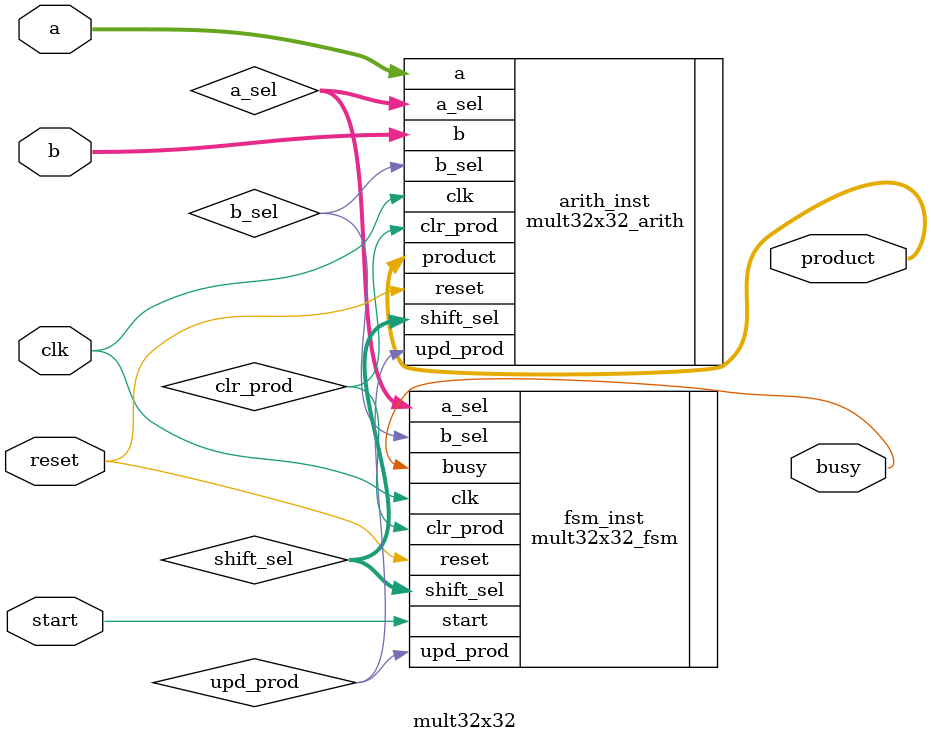
<source format=sv>
module mult32x32 (
    input logic clk,            // Clock
    input logic reset,          // Reset
    input logic start,          // Start signal
    input logic [31:0] a,       // Input a
    input logic [31:0] b,       // Input b
    output logic busy,          // Multiplier busy indication
    output logic [63:0] product // Miltiplication product
);

// Put your code here
// ------------------

logic [1:0] a_sel;
logic b_sel ;
logic [2:0] shift_sel;
logic upd_prod;
logic clr_prod;
    mult32x32_fsm fsm_inst(
        .clk(clk),
        .reset(reset),
        .start(start), 
        .busy(busy), 
        .a_sel(a_sel), 
        .b_sel(b_sel),
        .shift_sel(shift_sel),
        .upd_prod(upd_prod),
        .clr_prod(clr_prod)
     );
	 
	 
	    mult32x32_arith arith_inst(
        .clk(clk),
        .reset(reset),
        .a(a), 
        .b(b), 
        .a_sel(a_sel), 
        .b_sel(b_sel),
        .shift_sel(shift_sel),
        .upd_prod(upd_prod),
        .clr_prod(clr_prod),
		.product(product)
     );

// End of your code

endmodule

</source>
